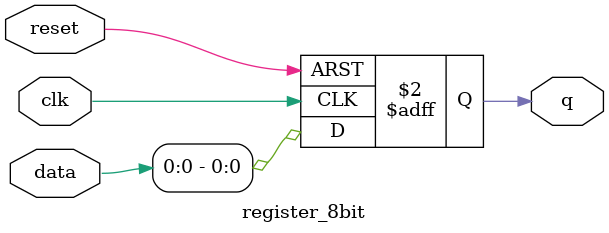
<source format=sv>
`timescale 1ns / 1ps


module register_8bit(
        input clk, 
        input [7:0] data,
        input reset,
        output logic q
    );
    
    always_ff @ (posedge clk, posedge reset) begin
        if(reset)
            q <= 8'b00000000;
        else
            q <= data;
    end
    
endmodule

</source>
